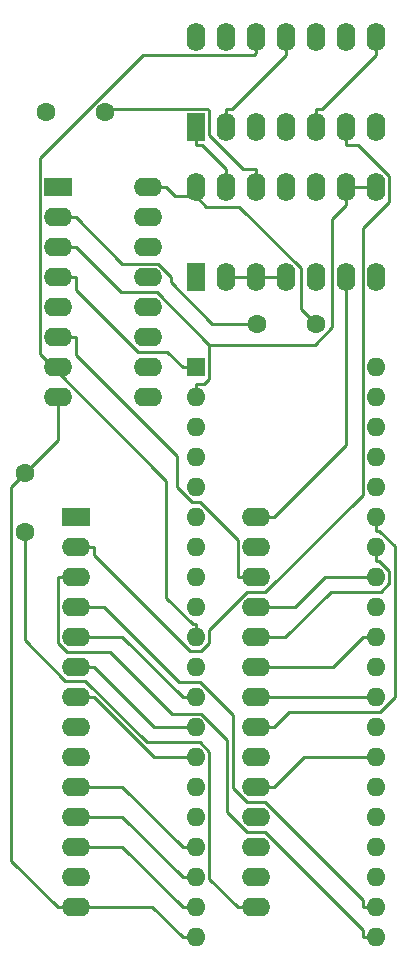
<source format=gbr>
%TF.GenerationSoftware,KiCad,Pcbnew,(6.0.10)*%
%TF.CreationDate,2022-12-23T07:28:00+11:00*%
%TF.ProjectId,bbc1770,62626331-3737-4302-9e6b-696361645f70,rev?*%
%TF.SameCoordinates,Original*%
%TF.FileFunction,Copper,L2,Bot*%
%TF.FilePolarity,Positive*%
%FSLAX46Y46*%
G04 Gerber Fmt 4.6, Leading zero omitted, Abs format (unit mm)*
G04 Created by KiCad (PCBNEW (6.0.10)) date 2022-12-23 07:28:00*
%MOMM*%
%LPD*%
G01*
G04 APERTURE LIST*
%TA.AperFunction,ComponentPad*%
%ADD10R,1.600000X2.400000*%
%TD*%
%TA.AperFunction,ComponentPad*%
%ADD11O,1.600000X2.400000*%
%TD*%
%TA.AperFunction,ComponentPad*%
%ADD12R,2.400000X1.600000*%
%TD*%
%TA.AperFunction,ComponentPad*%
%ADD13O,2.400000X1.600000*%
%TD*%
%TA.AperFunction,ComponentPad*%
%ADD14R,1.600000X1.600000*%
%TD*%
%TA.AperFunction,ComponentPad*%
%ADD15O,1.600000X1.600000*%
%TD*%
%TA.AperFunction,ComponentPad*%
%ADD16C,1.600000*%
%TD*%
%TA.AperFunction,Conductor*%
%ADD17C,0.250000*%
%TD*%
G04 APERTURE END LIST*
D10*
%TO.P,U1,1*%
%TO.N,Net-(U1-Pad1)*%
X35555000Y-21580000D03*
D11*
%TO.P,U1,2*%
%TO.N,Net-(U1-Pad11)*%
X38095000Y-21580000D03*
%TO.P,U1,3*%
%TO.N,Net-(U1-Pad3)*%
X40635000Y-21580000D03*
%TO.P,U1,4*%
%TO.N,Net-(U1-Pad13)*%
X43175000Y-21580000D03*
%TO.P,U1,5*%
%TO.N,Net-(U1-Pad5)*%
X45715000Y-21580000D03*
%TO.P,U1,6*%
%TO.N,/WR*%
X48255000Y-21580000D03*
%TO.P,U1,7*%
%TO.N,GND*%
X50795000Y-21580000D03*
%TO.P,U1,8*%
%TO.N,Net-(U1-Pad5)*%
X50795000Y-13960000D03*
%TO.P,U1,9*%
%TO.N,/WR*%
X48255000Y-13960000D03*
%TO.P,U1,10*%
%TO.N,Net-(U1-Pad10)*%
X45715000Y-13960000D03*
%TO.P,U1,11*%
%TO.N,Net-(U1-Pad11)*%
X43175000Y-13960000D03*
%TO.P,U1,12*%
%TO.N,Net-(U1-Pad10)*%
X40635000Y-13960000D03*
%TO.P,U1,13*%
%TO.N,Net-(U1-Pad13)*%
X38095000Y-13960000D03*
%TO.P,U1,14*%
%TO.N,VCC*%
X35555000Y-13960000D03*
%TD*%
D12*
%TO.P,U5,1,~{CS}*%
%TO.N,Net-(U1-Pad3)*%
X25395000Y-54595000D03*
D13*
%TO.P,U5,2,R/~{W}*%
%TO.N,/WR*%
X25395000Y-57135000D03*
%TO.P,U5,3,A0*%
%TO.N,/A3*%
X25395000Y-59675000D03*
%TO.P,U5,4,A1*%
%TO.N,/A4*%
X25395000Y-62215000D03*
%TO.P,U5,5,DI0*%
%TO.N,/D0*%
X25395000Y-64755000D03*
%TO.P,U5,6,DI1*%
%TO.N,/D1*%
X25395000Y-67295000D03*
%TO.P,U5,7,DI2*%
%TO.N,/D2*%
X25395000Y-69835000D03*
%TO.P,U5,8,DI3*%
%TO.N,/D3*%
X25395000Y-72375000D03*
%TO.P,U5,9,DI4*%
%TO.N,/D4*%
X25395000Y-74915000D03*
%TO.P,U5,10,DI5*%
%TO.N,/D5*%
X25395000Y-77455000D03*
%TO.P,U5,11,DI6*%
%TO.N,/D6*%
X25395000Y-79995000D03*
%TO.P,U5,12,DI7*%
%TO.N,/D7*%
X25395000Y-82535000D03*
%TO.P,U5,13,~{MR}*%
%TO.N,/RESET*%
X25395000Y-85075000D03*
%TO.P,U5,14,GND*%
%TO.N,GND*%
X25395000Y-87615000D03*
%TO.P,U5,15,VCC*%
%TO.N,VCC*%
X40635000Y-87615000D03*
%TO.P,U5,16,STEP*%
%TO.N,Net-(U4-Pad36)*%
X40635000Y-85075000D03*
%TO.P,U5,17,DIRC*%
%TO.N,Net-(U4-Pad37)*%
X40635000Y-82535000D03*
%TO.P,U5,18,CLK*%
%TO.N,Net-(U4-Pad3)*%
X40635000Y-79995000D03*
%TO.P,U5,19,~{RD}*%
%TO.N,Net-(U4-Pad27)*%
X40635000Y-77455000D03*
%TO.P,U5,20,MOTOR*%
%TO.N,Net-(U4-Pad38)*%
X40635000Y-74915000D03*
%TO.P,U5,21,WG*%
%TO.N,Net-(U4-Pad35)*%
X40635000Y-72375000D03*
%TO.P,U5,22,WD*%
%TO.N,Net-(U4-Pad29)*%
X40635000Y-69835000D03*
%TO.P,U5,23,~{TR00}*%
%TO.N,Net-(U4-Pad31)*%
X40635000Y-67295000D03*
%TO.P,U5,24,~{IP}*%
%TO.N,Net-(U4-Pad34)*%
X40635000Y-64755000D03*
%TO.P,U5,25,~{WPRT}*%
%TO.N,Net-(U4-Pad33)*%
X40635000Y-62215000D03*
%TO.P,U5,26,~{DDEN}*%
%TO.N,Net-(U2-Pad6)*%
X40635000Y-59675000D03*
%TO.P,U5,27,DRQ*%
%TO.N,Net-(U3-Pad5)*%
X40635000Y-57135000D03*
%TO.P,U5,28,INTRQ*%
%TO.N,Net-(U3-Pad6)*%
X40635000Y-54595000D03*
%TD*%
D14*
%TO.P,U4,1,Fault_Reset*%
%TO.N,Net-(U2-Pad4)*%
X35555000Y-41915000D03*
D15*
%TO.P,U4,2,Select_0*%
%TO.N,Net-(U2-Pad3)*%
X35555000Y-44455000D03*
%TO.P,U4,3,4Mhz_clk*%
%TO.N,Net-(U4-Pad3)*%
X35555000Y-46995000D03*
%TO.P,U4,4,RESET*%
%TO.N,Net-(U2-Pad15)*%
X35555000Y-49535000D03*
%TO.P,U4,5,Ready_1*%
%TO.N,unconnected-(U4-Pad5)*%
X35555000Y-52075000D03*
%TO.P,U4,6,Select_1*%
%TO.N,Net-(U3-Pad10)*%
X35555000Y-54615000D03*
%TO.P,U4,7,DACK*%
%TO.N,Net-(U3-Pad11)*%
X35555000Y-57155000D03*
%TO.P,U4,8,DRQ*%
%TO.N,unconnected-(U4-Pad8)*%
X35555000Y-59695000D03*
%TO.P,U4,9,~{RD}*%
%TO.N,Net-(U1-Pad13)*%
X35555000Y-62235000D03*
%TO.P,U4,10,WR*%
%TO.N,Net-(U1-Pad10)*%
X35555000Y-64775000D03*
%TO.P,U4,11,INT*%
%TO.N,Net-(U3-Pad1)*%
X35555000Y-67315000D03*
%TO.P,U4,12,DB0*%
%TO.N,/D0*%
X35555000Y-69855000D03*
%TO.P,U4,13,DB1*%
%TO.N,/D1*%
X35555000Y-72395000D03*
%TO.P,U4,14,DB2*%
%TO.N,/D2*%
X35555000Y-74935000D03*
%TO.P,U4,15,DB3*%
%TO.N,/D3*%
X35555000Y-77475000D03*
%TO.P,U4,16,DB4*%
%TO.N,/D4*%
X35555000Y-80015000D03*
%TO.P,U4,17,DB5*%
%TO.N,/D5*%
X35555000Y-82555000D03*
%TO.P,U4,18,DB6*%
%TO.N,/D6*%
X35555000Y-85095000D03*
%TO.P,U4,19,DB7*%
%TO.N,/D7*%
X35555000Y-87635000D03*
%TO.P,U4,20,GND*%
%TO.N,GND*%
X35555000Y-90175000D03*
%TO.P,U4,21,A0*%
%TO.N,/A3*%
X50795000Y-90175000D03*
%TO.P,U4,22,A1*%
%TO.N,/A4*%
X50795000Y-87635000D03*
%TO.P,U4,23,1NSYNC*%
%TO.N,unconnected-(U4-Pad23)*%
X50795000Y-85095000D03*
%TO.P,U4,24,CS*%
%TO.N,Net-(U2-Pad9)*%
X50795000Y-82555000D03*
%TO.P,U4,25,PLO/SS*%
%TO.N,unconnected-(U4-Pad25)*%
X50795000Y-80015000D03*
%TO.P,U4,26,Data_window*%
%TO.N,unconnected-(U4-Pad26)*%
X50795000Y-77475000D03*
%TO.P,U4,27,UNSEP_Data*%
%TO.N,Net-(U4-Pad27)*%
X50795000Y-74935000D03*
%TO.P,U4,28*%
%TO.N,N/C*%
X50795000Y-72395000D03*
%TO.P,U4,29,Fault*%
%TO.N,Net-(U4-Pad29)*%
X50795000Y-69855000D03*
%TO.P,U4,30,Count/UPI*%
%TO.N,unconnected-(U4-Pad30)*%
X50795000Y-67315000D03*
%TO.P,U4,31,TRK0*%
%TO.N,Net-(U4-Pad31)*%
X50795000Y-64775000D03*
%TO.P,U4,32,READY_0*%
%TO.N,unconnected-(U4-Pad32)*%
X50795000Y-62235000D03*
%TO.P,U4,33,Write_Protect*%
%TO.N,Net-(U4-Pad33)*%
X50795000Y-59695000D03*
%TO.P,U4,34,Index*%
%TO.N,Net-(U4-Pad34)*%
X50795000Y-57155000D03*
%TO.P,U4,35,WR_enable*%
%TO.N,Net-(U4-Pad35)*%
X50795000Y-54615000D03*
%TO.P,U4,36,Seek/step*%
%TO.N,Net-(U4-Pad36)*%
X50795000Y-52075000D03*
%TO.P,U4,37,Direction*%
%TO.N,Net-(U4-Pad37)*%
X50795000Y-49535000D03*
%TO.P,U4,38,Load_hd*%
%TO.N,Net-(U4-Pad38)*%
X50795000Y-46995000D03*
%TO.P,U4,39,Low_Current*%
%TO.N,unconnected-(U4-Pad39)*%
X50795000Y-44455000D03*
%TO.P,U4,40,VDD*%
%TO.N,VCC*%
X50795000Y-41915000D03*
%TD*%
D12*
%TO.P,U2,1,Oe1*%
%TO.N,GND*%
X23860000Y-26660000D03*
D13*
%TO.P,U2,2,Oe2*%
X23860000Y-29200000D03*
%TO.P,U2,3,Q0*%
%TO.N,Net-(U2-Pad3)*%
X23860000Y-31740000D03*
%TO.P,U2,4,Q1*%
%TO.N,Net-(U2-Pad4)*%
X23860000Y-34280000D03*
%TO.P,U2,5,Q2*%
%TO.N,/RESET*%
X23860000Y-36820000D03*
%TO.P,U2,6,Q3*%
%TO.N,Net-(U2-Pad6)*%
X23860000Y-39360000D03*
%TO.P,U2,7,Cp*%
%TO.N,Net-(U1-Pad10)*%
X23860000Y-41900000D03*
%TO.P,U2,8,GND*%
%TO.N,GND*%
X23860000Y-44440000D03*
%TO.P,U2,9,E1*%
%TO.N,Net-(U2-Pad9)*%
X31480000Y-44440000D03*
%TO.P,U2,10,E2*%
%TO.N,Net-(U1-Pad1)*%
X31480000Y-41900000D03*
%TO.P,U2,11,D3*%
%TO.N,/D3*%
X31480000Y-39360000D03*
%TO.P,U2,12,D2*%
%TO.N,/D5*%
X31480000Y-36820000D03*
%TO.P,U2,13,D1*%
%TO.N,/D2*%
X31480000Y-34280000D03*
%TO.P,U2,14,D0*%
%TO.N,/D0*%
X31480000Y-31740000D03*
%TO.P,U2,15,Mr*%
%TO.N,Net-(U2-Pad15)*%
X31480000Y-29200000D03*
%TO.P,U2,16,VCC*%
%TO.N,VCC*%
X31480000Y-26660000D03*
%TD*%
D16*
%TO.P,C3,1*%
%TO.N,VCC*%
X21050000Y-55880000D03*
%TO.P,C3,2*%
%TO.N,GND*%
X21050000Y-50880000D03*
%TD*%
%TO.P,Cc2,1*%
%TO.N,VCC*%
X45720000Y-38220000D03*
%TO.P,Cc2,2*%
%TO.N,GND*%
X40720000Y-38220000D03*
%TD*%
%TO.P,c1,1*%
%TO.N,VCC*%
X22860000Y-20320000D03*
%TO.P,c1,2*%
%TO.N,GND*%
X27860000Y-20320000D03*
%TD*%
D10*
%TO.P,U3,1*%
%TO.N,Net-(U3-Pad1)*%
X35555000Y-34280000D03*
D11*
%TO.P,U3,2*%
%TO.N,Net-(U3-Pad2)*%
X38095000Y-34280000D03*
%TO.P,U3,3*%
X40635000Y-34280000D03*
%TO.P,U3,4*%
X43175000Y-34280000D03*
%TO.P,U3,5*%
%TO.N,Net-(U3-Pad5)*%
X45715000Y-34280000D03*
%TO.P,U3,6*%
%TO.N,Net-(U3-Pad6)*%
X48255000Y-34280000D03*
%TO.P,U3,7*%
%TO.N,GND*%
X50795000Y-34280000D03*
%TO.P,U3,8*%
%TO.N,Net-(U2-Pad3)*%
X50795000Y-26660000D03*
%TO.P,U3,9*%
X48255000Y-26660000D03*
%TO.P,U3,10*%
%TO.N,Net-(U3-Pad10)*%
X45715000Y-26660000D03*
%TO.P,U3,11*%
%TO.N,Net-(U3-Pad11)*%
X43175000Y-26660000D03*
%TO.P,U3,12*%
%TO.N,GND*%
X40635000Y-26660000D03*
%TO.P,U3,13*%
%TO.N,Net-(U1-Pad1)*%
X38095000Y-26660000D03*
%TO.P,U3,14*%
%TO.N,VCC*%
X35555000Y-26660000D03*
%TD*%
D17*
%TO.N,Net-(U4-Pad35)*%
X43410300Y-71125000D02*
X42160300Y-72375000D01*
X51135100Y-71125000D02*
X43410300Y-71125000D01*
X52405600Y-69854500D02*
X51135100Y-71125000D01*
X52405600Y-57069600D02*
X52405600Y-69854500D01*
X51076300Y-55740300D02*
X52405600Y-57069600D01*
X50795000Y-55740300D02*
X51076300Y-55740300D01*
X50795000Y-54615000D02*
X50795000Y-55740300D01*
X40635000Y-72375000D02*
X42160300Y-72375000D01*
%TO.N,Net-(U4-Pad34)*%
X43124800Y-64755000D02*
X40635000Y-64755000D01*
X46980700Y-60899100D02*
X43124800Y-64755000D01*
X51201000Y-60899100D02*
X46980700Y-60899100D01*
X51929200Y-60170900D02*
X51201000Y-60899100D01*
X51929200Y-59133200D02*
X51929200Y-60170900D01*
X51076300Y-58280300D02*
X51929200Y-59133200D01*
X50795000Y-58280300D02*
X51076300Y-58280300D01*
X50795000Y-57155000D02*
X50795000Y-58280300D01*
%TO.N,Net-(U4-Pad33)*%
X43972800Y-62215000D02*
X40635000Y-62215000D01*
X46492800Y-59695000D02*
X43972800Y-62215000D01*
X50795000Y-59695000D02*
X46492800Y-59695000D01*
%TO.N,Net-(U4-Pad31)*%
X47149700Y-67295000D02*
X40635000Y-67295000D01*
X49669700Y-64775000D02*
X47149700Y-67295000D01*
X50795000Y-64775000D02*
X49669700Y-64775000D01*
%TO.N,Net-(U4-Pad29)*%
X42180300Y-69855000D02*
X42160300Y-69835000D01*
X50795000Y-69855000D02*
X42180300Y-69855000D01*
X40635000Y-69835000D02*
X42160300Y-69835000D01*
%TO.N,Net-(U4-Pad27)*%
X44680300Y-74935000D02*
X42160300Y-77455000D01*
X50795000Y-74935000D02*
X44680300Y-74935000D01*
X40635000Y-77455000D02*
X42160300Y-77455000D01*
%TO.N,/A4*%
X27783000Y-62215000D02*
X25395000Y-62215000D01*
X34153000Y-68585000D02*
X27783000Y-62215000D01*
X35895600Y-68585000D02*
X34153000Y-68585000D01*
X38659300Y-71348700D02*
X35895600Y-68585000D01*
X38659300Y-77494200D02*
X38659300Y-71348700D01*
X39890100Y-78725000D02*
X38659300Y-77494200D01*
X41375100Y-78725000D02*
X39890100Y-78725000D01*
X49669700Y-87019600D02*
X41375100Y-78725000D01*
X49669700Y-87635000D02*
X49669700Y-87019600D01*
X50795000Y-87635000D02*
X49669700Y-87635000D01*
%TO.N,/A3*%
X23869700Y-65231000D02*
X23869700Y-59675000D01*
X24663700Y-66025000D02*
X23869700Y-65231000D01*
X28265000Y-66025000D02*
X24663700Y-66025000D01*
X33509600Y-71269600D02*
X28265000Y-66025000D01*
X36025200Y-71269600D02*
X33509600Y-71269600D01*
X38208900Y-73453300D02*
X36025200Y-71269600D01*
X38208900Y-79571400D02*
X38208900Y-73453300D01*
X39902500Y-81265000D02*
X38208900Y-79571400D01*
X41375100Y-81265000D02*
X39902500Y-81265000D01*
X49669700Y-89559600D02*
X41375100Y-81265000D01*
X49669700Y-90175000D02*
X49669700Y-89559600D01*
X50795000Y-90175000D02*
X49669700Y-90175000D01*
X25395000Y-59675000D02*
X23869700Y-59675000D01*
%TO.N,/D7*%
X29329700Y-82535000D02*
X25395000Y-82535000D01*
X34429700Y-87635000D02*
X29329700Y-82535000D01*
X35555000Y-87635000D02*
X34429700Y-87635000D01*
%TO.N,/D6*%
X29329700Y-79995000D02*
X25395000Y-79995000D01*
X34429700Y-85095000D02*
X29329700Y-79995000D01*
X35555000Y-85095000D02*
X34429700Y-85095000D01*
%TO.N,/D1*%
X25395000Y-67295000D02*
X26920300Y-67295000D01*
X32020300Y-72395000D02*
X26920300Y-67295000D01*
X35555000Y-72395000D02*
X32020300Y-72395000D01*
%TO.N,Net-(U3-Pad6)*%
X40635000Y-54595000D02*
X42160300Y-54595000D01*
X48255000Y-48500300D02*
X42160300Y-54595000D01*
X48255000Y-34280000D02*
X48255000Y-48500300D01*
%TO.N,Net-(U3-Pad2)*%
X43175000Y-34280000D02*
X40635000Y-34280000D01*
X40635000Y-34280000D02*
X38095000Y-34280000D01*
%TO.N,/D0*%
X35555000Y-69855000D02*
X34429700Y-69855000D01*
X29329700Y-64755000D02*
X34429700Y-69855000D01*
X25395000Y-64755000D02*
X29329700Y-64755000D01*
%TO.N,/D2*%
X32020300Y-74935000D02*
X35555000Y-74935000D01*
X26920300Y-69835000D02*
X32020300Y-74935000D01*
X25395000Y-69835000D02*
X26920300Y-69835000D01*
%TO.N,/D5*%
X29329700Y-77455000D02*
X25395000Y-77455000D01*
X34429700Y-82555000D02*
X29329700Y-77455000D01*
X35555000Y-82555000D02*
X34429700Y-82555000D01*
%TO.N,Net-(U2-Pad6)*%
X39109700Y-56509500D02*
X39109700Y-59675000D01*
X35945200Y-53345000D02*
X39109700Y-56509500D01*
X35210000Y-53345000D02*
X35945200Y-53345000D01*
X33929900Y-52064900D02*
X35210000Y-53345000D01*
X33929900Y-49429900D02*
X33929900Y-52064900D01*
X25385300Y-40885300D02*
X33929900Y-49429900D01*
X25385300Y-39360000D02*
X25385300Y-40885300D01*
X23860000Y-39360000D02*
X25385300Y-39360000D01*
X40635000Y-59675000D02*
X39109700Y-59675000D01*
%TO.N,Net-(U2-Pad4)*%
X33144700Y-40630000D02*
X34429700Y-41915000D01*
X30697900Y-40630000D02*
X33144700Y-40630000D01*
X25385300Y-35317400D02*
X30697900Y-40630000D01*
X25385300Y-34280000D02*
X25385300Y-35317400D01*
X23860000Y-34280000D02*
X25385300Y-34280000D01*
X35555000Y-41915000D02*
X34429700Y-41915000D01*
%TO.N,Net-(U2-Pad3)*%
X23860000Y-31740000D02*
X25385300Y-31740000D01*
X35555000Y-44455000D02*
X35555000Y-43329700D01*
X50795000Y-26660000D02*
X48255000Y-26660000D01*
X45600100Y-39995900D02*
X36680300Y-39995900D01*
X47122300Y-38473700D02*
X45600100Y-39995900D01*
X47122300Y-29318000D02*
X47122300Y-38473700D01*
X48255000Y-28185300D02*
X47122300Y-29318000D01*
X32234400Y-35550000D02*
X36680300Y-39995900D01*
X29195300Y-35550000D02*
X32234400Y-35550000D01*
X25385300Y-31740000D02*
X29195300Y-35550000D01*
X36258400Y-43329700D02*
X35555000Y-43329700D01*
X36680300Y-42907800D02*
X36258400Y-43329700D01*
X36680300Y-39995900D02*
X36680300Y-42907800D01*
X48255000Y-26660000D02*
X48255000Y-28185300D01*
%TO.N,Net-(U1-Pad10)*%
X23860000Y-41900000D02*
X23426500Y-41900000D01*
X35555000Y-64775000D02*
X35555000Y-63649700D01*
X33053400Y-51526900D02*
X23426500Y-41900000D01*
X33053400Y-61429400D02*
X33053400Y-51526900D01*
X35273700Y-63649700D02*
X33053400Y-61429400D01*
X35555000Y-63649700D02*
X35273700Y-63649700D01*
X40635000Y-13960000D02*
X40635000Y-15288200D01*
X22323700Y-40797200D02*
X23426500Y-41900000D01*
X22323700Y-24220600D02*
X22323700Y-40797200D01*
X31059000Y-15485300D02*
X22323700Y-24220600D01*
X40437900Y-15485300D02*
X31059000Y-15485300D01*
X40635000Y-15288200D02*
X40437900Y-15485300D01*
%TO.N,/WR*%
X49303600Y-23105300D02*
X48255000Y-23105300D01*
X51924000Y-25725700D02*
X49303600Y-23105300D01*
X51924000Y-27895500D02*
X51924000Y-25725700D01*
X49669600Y-30149900D02*
X51924000Y-27895500D01*
X49669600Y-52698300D02*
X49669600Y-30149900D01*
X41422900Y-60945000D02*
X49669600Y-52698300D01*
X39865400Y-60945000D02*
X41422900Y-60945000D01*
X36680400Y-64130000D02*
X39865400Y-60945000D01*
X36680400Y-65254100D02*
X36680400Y-64130000D01*
X35988400Y-65946100D02*
X36680400Y-65254100D01*
X35064100Y-65946100D02*
X35988400Y-65946100D01*
X26920300Y-57802300D02*
X35064100Y-65946100D01*
X26920300Y-57135000D02*
X26920300Y-57802300D01*
X25395000Y-57135000D02*
X26920300Y-57135000D01*
X48255000Y-21580000D02*
X48255000Y-23105300D01*
%TO.N,Net-(U1-Pad5)*%
X46225600Y-20054700D02*
X45715000Y-20054700D01*
X50795000Y-15485300D02*
X46225600Y-20054700D01*
X50795000Y-13960000D02*
X50795000Y-15485300D01*
X45715000Y-21580000D02*
X45715000Y-20054700D01*
%TO.N,Net-(U1-Pad11)*%
X38605600Y-20054700D02*
X38095000Y-20054700D01*
X43175000Y-15485300D02*
X38605600Y-20054700D01*
X43175000Y-13960000D02*
X43175000Y-15485300D01*
X38095000Y-21580000D02*
X38095000Y-20054700D01*
%TO.N,Net-(U1-Pad1)*%
X36065600Y-23105300D02*
X35555000Y-23105300D01*
X38095000Y-25134700D02*
X36065600Y-23105300D01*
X38095000Y-26660000D02*
X38095000Y-25134700D01*
X35555000Y-21580000D02*
X35555000Y-23105300D01*
%TO.N,GND*%
X31869700Y-87615000D02*
X25395000Y-87615000D01*
X34429700Y-90175000D02*
X31869700Y-87615000D01*
X35555000Y-90175000D02*
X34429700Y-90175000D01*
X23860000Y-48070000D02*
X21050000Y-50880000D01*
X23860000Y-44440000D02*
X23860000Y-48070000D01*
X19916500Y-83661800D02*
X23869700Y-87615000D01*
X19916500Y-52013500D02*
X19916500Y-83661800D01*
X21050000Y-50880000D02*
X19916500Y-52013500D01*
X25395000Y-87615000D02*
X23869700Y-87615000D01*
X28125500Y-20054500D02*
X27860000Y-20320000D01*
X36551700Y-20054500D02*
X28125500Y-20054500D01*
X36680600Y-20183400D02*
X36551700Y-20054500D01*
X36680600Y-22228900D02*
X36680600Y-20183400D01*
X39586400Y-25134700D02*
X36680600Y-22228900D01*
X40635000Y-25134700D02*
X39586400Y-25134700D01*
X40635000Y-26660000D02*
X40635000Y-25134700D01*
X36960400Y-38220000D02*
X40720000Y-38220000D01*
X33453900Y-34713500D02*
X36960400Y-38220000D01*
X33453900Y-34217000D02*
X33453900Y-34713500D01*
X32391600Y-33154700D02*
X33453900Y-34217000D01*
X29340000Y-33154700D02*
X32391600Y-33154700D01*
X25385300Y-29200000D02*
X29340000Y-33154700D01*
X23860000Y-29200000D02*
X25385300Y-29200000D01*
%TO.N,VCC*%
X36680400Y-85185700D02*
X39109700Y-87615000D01*
X36680400Y-74456300D02*
X36680400Y-85185700D01*
X35889100Y-73665000D02*
X36680400Y-74456300D01*
X31387200Y-73665000D02*
X35889100Y-73665000D01*
X26142600Y-68420400D02*
X31387200Y-73665000D01*
X24502700Y-68420400D02*
X26142600Y-68420400D01*
X21050000Y-64967700D02*
X24502700Y-68420400D01*
X21050000Y-55880000D02*
X21050000Y-64967700D01*
X40635000Y-87615000D02*
X39109700Y-87615000D01*
X35555000Y-26660000D02*
X35555000Y-27422600D01*
X31480000Y-26660000D02*
X33005300Y-26660000D01*
X33767900Y-27422600D02*
X33005300Y-26660000D01*
X35555000Y-27422600D02*
X33767900Y-27422600D01*
X36448500Y-28316100D02*
X35555000Y-27422600D01*
X39233300Y-28316100D02*
X36448500Y-28316100D01*
X44445000Y-33527800D02*
X39233300Y-28316100D01*
X44445000Y-36945000D02*
X44445000Y-33527800D01*
X45720000Y-38220000D02*
X44445000Y-36945000D01*
%TD*%
M02*

</source>
